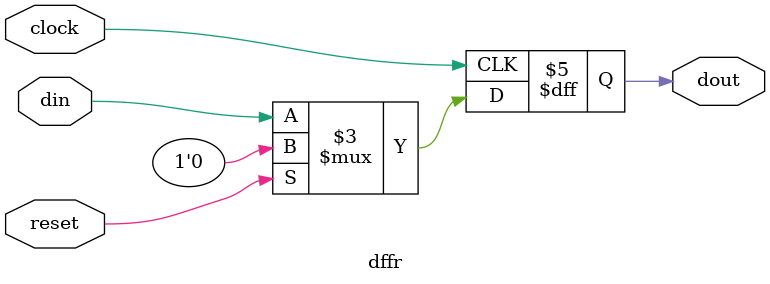
<source format=v>
/**************************************************
versys eda example--**** dffr.v ****---------------
---Verilog module of DFF with Synchronized reset---
Copyright (c) 1996-2007, by all Contributions. 
All rights reserved.
*******************2007/11/22 by ogu, lexim,inc.***/

module	dffr(clock, reset, din, dout);
	input clock, reset, din;
	output dout;

	reg dout;

	always @(posedge clock)
	begin
		if (reset)
			dout <= 1'b0;
		else
			dout <= din;
	end
endmodule

</source>
